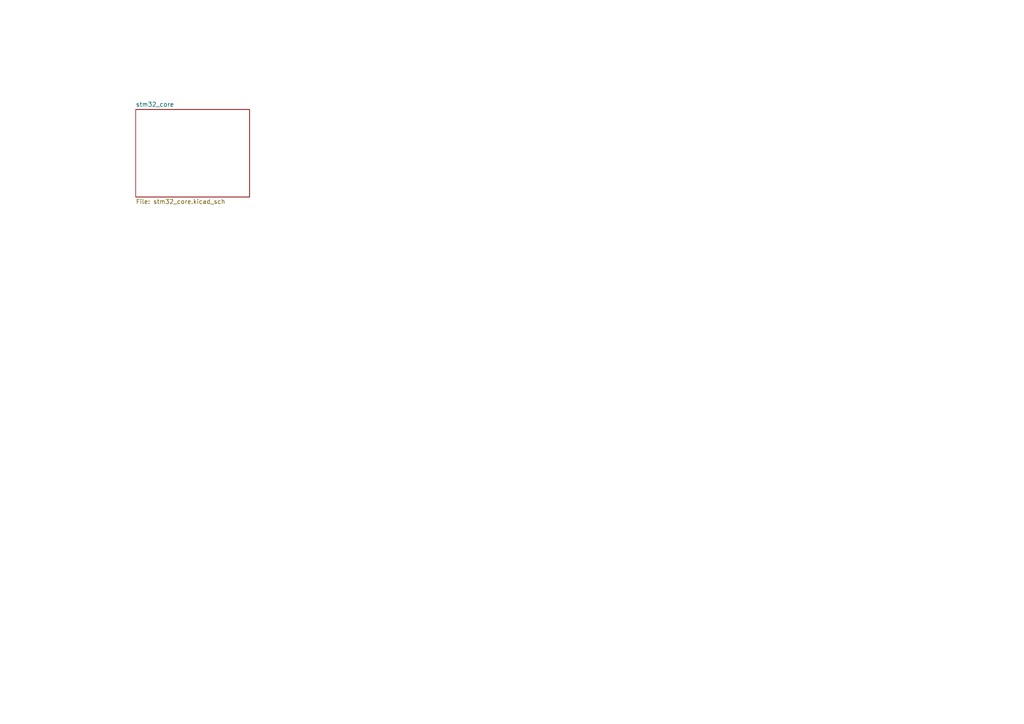
<source format=kicad_sch>
(kicad_sch (version 20211123) (generator eeschema)
  (paper "A4")
  (lib_symbols)
  (sheet (at 39.37 31.75) (size 33.02 25.4) (stroke (width 0.1524))
    (property "Sheet name" "stm32_core" (at 39.37 31.0384 0) (effects (justify left bottom)))
    (property "Sheet file" "stm32_core.kicad_sch" (at 39.37 57.7346 0) (effects (justify left top)))
  )
)
</source>
